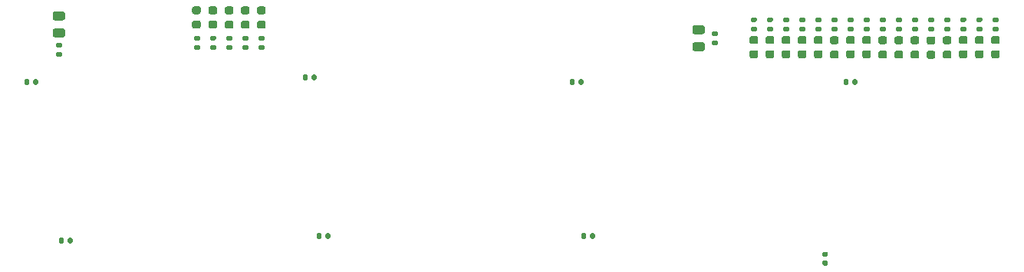
<source format=gbr>
%TF.GenerationSoftware,KiCad,Pcbnew,(5.1.10-1-10_14)*%
%TF.CreationDate,2021-09-30T18:38:52-04:00*%
%TF.ProjectId,address-register,61646472-6573-4732-9d72-656769737465,rev?*%
%TF.SameCoordinates,Original*%
%TF.FileFunction,Paste,Top*%
%TF.FilePolarity,Positive*%
%FSLAX46Y46*%
G04 Gerber Fmt 4.6, Leading zero omitted, Abs format (unit mm)*
G04 Created by KiCad (PCBNEW (5.1.10-1-10_14)) date 2021-09-30 18:38:52*
%MOMM*%
%LPD*%
G01*
G04 APERTURE LIST*
G04 APERTURE END LIST*
%TO.C,R14*%
G36*
G01*
X211259000Y-175274000D02*
X210889000Y-175274000D01*
G75*
G02*
X210754000Y-175139000I0J135000D01*
G01*
X210754000Y-174869000D01*
G75*
G02*
X210889000Y-174734000I135000J0D01*
G01*
X211259000Y-174734000D01*
G75*
G02*
X211394000Y-174869000I0J-135000D01*
G01*
X211394000Y-175139000D01*
G75*
G02*
X211259000Y-175274000I-135000J0D01*
G01*
G37*
G36*
G01*
X211259000Y-176294000D02*
X210889000Y-176294000D01*
G75*
G02*
X210754000Y-176159000I0J135000D01*
G01*
X210754000Y-175889000D01*
G75*
G02*
X210889000Y-175754000I135000J0D01*
G01*
X211259000Y-175754000D01*
G75*
G02*
X211394000Y-175889000I0J-135000D01*
G01*
X211394000Y-176159000D01*
G75*
G02*
X211259000Y-176294000I-135000J0D01*
G01*
G37*
%TD*%
%TO.C,R12*%
G36*
G01*
X160851000Y-176262000D02*
X161221000Y-176262000D01*
G75*
G02*
X161356000Y-176397000I0J-135000D01*
G01*
X161356000Y-176667000D01*
G75*
G02*
X161221000Y-176802000I-135000J0D01*
G01*
X160851000Y-176802000D01*
G75*
G02*
X160716000Y-176667000I0J135000D01*
G01*
X160716000Y-176397000D01*
G75*
G02*
X160851000Y-176262000I135000J0D01*
G01*
G37*
G36*
G01*
X160851000Y-175242000D02*
X161221000Y-175242000D01*
G75*
G02*
X161356000Y-175377000I0J-135000D01*
G01*
X161356000Y-175647000D01*
G75*
G02*
X161221000Y-175782000I-135000J0D01*
G01*
X160851000Y-175782000D01*
G75*
G02*
X160716000Y-175647000I0J135000D01*
G01*
X160716000Y-175377000D01*
G75*
G02*
X160851000Y-175242000I135000J0D01*
G01*
G37*
%TD*%
%TO.C,R10*%
G36*
G01*
X159073000Y-176262000D02*
X159443000Y-176262000D01*
G75*
G02*
X159578000Y-176397000I0J-135000D01*
G01*
X159578000Y-176667000D01*
G75*
G02*
X159443000Y-176802000I-135000J0D01*
G01*
X159073000Y-176802000D01*
G75*
G02*
X158938000Y-176667000I0J135000D01*
G01*
X158938000Y-176397000D01*
G75*
G02*
X159073000Y-176262000I135000J0D01*
G01*
G37*
G36*
G01*
X159073000Y-175242000D02*
X159443000Y-175242000D01*
G75*
G02*
X159578000Y-175377000I0J-135000D01*
G01*
X159578000Y-175647000D01*
G75*
G02*
X159443000Y-175782000I-135000J0D01*
G01*
X159073000Y-175782000D01*
G75*
G02*
X158938000Y-175647000I0J135000D01*
G01*
X158938000Y-175377000D01*
G75*
G02*
X159073000Y-175242000I135000J0D01*
G01*
G37*
%TD*%
%TO.C,R7*%
G36*
G01*
X157295000Y-176262000D02*
X157665000Y-176262000D01*
G75*
G02*
X157800000Y-176397000I0J-135000D01*
G01*
X157800000Y-176667000D01*
G75*
G02*
X157665000Y-176802000I-135000J0D01*
G01*
X157295000Y-176802000D01*
G75*
G02*
X157160000Y-176667000I0J135000D01*
G01*
X157160000Y-176397000D01*
G75*
G02*
X157295000Y-176262000I135000J0D01*
G01*
G37*
G36*
G01*
X157295000Y-175242000D02*
X157665000Y-175242000D01*
G75*
G02*
X157800000Y-175377000I0J-135000D01*
G01*
X157800000Y-175647000D01*
G75*
G02*
X157665000Y-175782000I-135000J0D01*
G01*
X157295000Y-175782000D01*
G75*
G02*
X157160000Y-175647000I0J135000D01*
G01*
X157160000Y-175377000D01*
G75*
G02*
X157295000Y-175242000I135000J0D01*
G01*
G37*
%TD*%
%TO.C,R6*%
G36*
G01*
X138499000Y-177024000D02*
X138869000Y-177024000D01*
G75*
G02*
X139004000Y-177159000I0J-135000D01*
G01*
X139004000Y-177429000D01*
G75*
G02*
X138869000Y-177564000I-135000J0D01*
G01*
X138499000Y-177564000D01*
G75*
G02*
X138364000Y-177429000I0J135000D01*
G01*
X138364000Y-177159000D01*
G75*
G02*
X138499000Y-177024000I135000J0D01*
G01*
G37*
G36*
G01*
X138499000Y-176004000D02*
X138869000Y-176004000D01*
G75*
G02*
X139004000Y-176139000I0J-135000D01*
G01*
X139004000Y-176409000D01*
G75*
G02*
X138869000Y-176544000I-135000J0D01*
G01*
X138499000Y-176544000D01*
G75*
G02*
X138364000Y-176409000I0J135000D01*
G01*
X138364000Y-176139000D01*
G75*
G02*
X138499000Y-176004000I135000J0D01*
G01*
G37*
%TD*%
%TO.C,R4*%
G36*
G01*
X155517000Y-176260000D02*
X155887000Y-176260000D01*
G75*
G02*
X156022000Y-176395000I0J-135000D01*
G01*
X156022000Y-176665000D01*
G75*
G02*
X155887000Y-176800000I-135000J0D01*
G01*
X155517000Y-176800000D01*
G75*
G02*
X155382000Y-176665000I0J135000D01*
G01*
X155382000Y-176395000D01*
G75*
G02*
X155517000Y-176260000I135000J0D01*
G01*
G37*
G36*
G01*
X155517000Y-175240000D02*
X155887000Y-175240000D01*
G75*
G02*
X156022000Y-175375000I0J-135000D01*
G01*
X156022000Y-175645000D01*
G75*
G02*
X155887000Y-175780000I-135000J0D01*
G01*
X155517000Y-175780000D01*
G75*
G02*
X155382000Y-175645000I0J135000D01*
G01*
X155382000Y-175375000D01*
G75*
G02*
X155517000Y-175240000I135000J0D01*
G01*
G37*
%TD*%
%TO.C,R2*%
G36*
G01*
X153739000Y-176262000D02*
X154109000Y-176262000D01*
G75*
G02*
X154244000Y-176397000I0J-135000D01*
G01*
X154244000Y-176667000D01*
G75*
G02*
X154109000Y-176802000I-135000J0D01*
G01*
X153739000Y-176802000D01*
G75*
G02*
X153604000Y-176667000I0J135000D01*
G01*
X153604000Y-176397000D01*
G75*
G02*
X153739000Y-176262000I135000J0D01*
G01*
G37*
G36*
G01*
X153739000Y-175242000D02*
X154109000Y-175242000D01*
G75*
G02*
X154244000Y-175377000I0J-135000D01*
G01*
X154244000Y-175647000D01*
G75*
G02*
X154109000Y-175782000I-135000J0D01*
G01*
X153739000Y-175782000D01*
G75*
G02*
X153604000Y-175647000I0J135000D01*
G01*
X153604000Y-175377000D01*
G75*
G02*
X153739000Y-175242000I135000J0D01*
G01*
G37*
%TD*%
%TO.C,D14*%
G36*
G01*
X209752250Y-175064000D02*
X208839750Y-175064000D01*
G75*
G02*
X208596000Y-174820250I0J243750D01*
G01*
X208596000Y-174332750D01*
G75*
G02*
X208839750Y-174089000I243750J0D01*
G01*
X209752250Y-174089000D01*
G75*
G02*
X209996000Y-174332750I0J-243750D01*
G01*
X209996000Y-174820250D01*
G75*
G02*
X209752250Y-175064000I-243750J0D01*
G01*
G37*
G36*
G01*
X209752250Y-176939000D02*
X208839750Y-176939000D01*
G75*
G02*
X208596000Y-176695250I0J243750D01*
G01*
X208596000Y-176207750D01*
G75*
G02*
X208839750Y-175964000I243750J0D01*
G01*
X209752250Y-175964000D01*
G75*
G02*
X209996000Y-176207750I0J-243750D01*
G01*
X209996000Y-176695250D01*
G75*
G02*
X209752250Y-176939000I-243750J0D01*
G01*
G37*
%TD*%
%TO.C,D12*%
G36*
G01*
X161292250Y-172878000D02*
X160779750Y-172878000D01*
G75*
G02*
X160561000Y-172659250I0J218750D01*
G01*
X160561000Y-172221750D01*
G75*
G02*
X160779750Y-172003000I218750J0D01*
G01*
X161292250Y-172003000D01*
G75*
G02*
X161511000Y-172221750I0J-218750D01*
G01*
X161511000Y-172659250D01*
G75*
G02*
X161292250Y-172878000I-218750J0D01*
G01*
G37*
G36*
G01*
X161292250Y-174453000D02*
X160779750Y-174453000D01*
G75*
G02*
X160561000Y-174234250I0J218750D01*
G01*
X160561000Y-173796750D01*
G75*
G02*
X160779750Y-173578000I218750J0D01*
G01*
X161292250Y-173578000D01*
G75*
G02*
X161511000Y-173796750I0J-218750D01*
G01*
X161511000Y-174234250D01*
G75*
G02*
X161292250Y-174453000I-218750J0D01*
G01*
G37*
%TD*%
%TO.C,D10*%
G36*
G01*
X159514250Y-172878000D02*
X159001750Y-172878000D01*
G75*
G02*
X158783000Y-172659250I0J218750D01*
G01*
X158783000Y-172221750D01*
G75*
G02*
X159001750Y-172003000I218750J0D01*
G01*
X159514250Y-172003000D01*
G75*
G02*
X159733000Y-172221750I0J-218750D01*
G01*
X159733000Y-172659250D01*
G75*
G02*
X159514250Y-172878000I-218750J0D01*
G01*
G37*
G36*
G01*
X159514250Y-174453000D02*
X159001750Y-174453000D01*
G75*
G02*
X158783000Y-174234250I0J218750D01*
G01*
X158783000Y-173796750D01*
G75*
G02*
X159001750Y-173578000I218750J0D01*
G01*
X159514250Y-173578000D01*
G75*
G02*
X159733000Y-173796750I0J-218750D01*
G01*
X159733000Y-174234250D01*
G75*
G02*
X159514250Y-174453000I-218750J0D01*
G01*
G37*
%TD*%
%TO.C,D7*%
G36*
G01*
X157736250Y-172878000D02*
X157223750Y-172878000D01*
G75*
G02*
X157005000Y-172659250I0J218750D01*
G01*
X157005000Y-172221750D01*
G75*
G02*
X157223750Y-172003000I218750J0D01*
G01*
X157736250Y-172003000D01*
G75*
G02*
X157955000Y-172221750I0J-218750D01*
G01*
X157955000Y-172659250D01*
G75*
G02*
X157736250Y-172878000I-218750J0D01*
G01*
G37*
G36*
G01*
X157736250Y-174453000D02*
X157223750Y-174453000D01*
G75*
G02*
X157005000Y-174234250I0J218750D01*
G01*
X157005000Y-173796750D01*
G75*
G02*
X157223750Y-173578000I218750J0D01*
G01*
X157736250Y-173578000D01*
G75*
G02*
X157955000Y-173796750I0J-218750D01*
G01*
X157955000Y-174234250D01*
G75*
G02*
X157736250Y-174453000I-218750J0D01*
G01*
G37*
%TD*%
%TO.C,D6*%
G36*
G01*
X139140250Y-173540000D02*
X138227750Y-173540000D01*
G75*
G02*
X137984000Y-173296250I0J243750D01*
G01*
X137984000Y-172808750D01*
G75*
G02*
X138227750Y-172565000I243750J0D01*
G01*
X139140250Y-172565000D01*
G75*
G02*
X139384000Y-172808750I0J-243750D01*
G01*
X139384000Y-173296250D01*
G75*
G02*
X139140250Y-173540000I-243750J0D01*
G01*
G37*
G36*
G01*
X139140250Y-175415000D02*
X138227750Y-175415000D01*
G75*
G02*
X137984000Y-175171250I0J243750D01*
G01*
X137984000Y-174683750D01*
G75*
G02*
X138227750Y-174440000I243750J0D01*
G01*
X139140250Y-174440000D01*
G75*
G02*
X139384000Y-174683750I0J-243750D01*
G01*
X139384000Y-175171250D01*
G75*
G02*
X139140250Y-175415000I-243750J0D01*
G01*
G37*
%TD*%
%TO.C,D4*%
G36*
G01*
X155932750Y-172878000D02*
X155420250Y-172878000D01*
G75*
G02*
X155201500Y-172659250I0J218750D01*
G01*
X155201500Y-172221750D01*
G75*
G02*
X155420250Y-172003000I218750J0D01*
G01*
X155932750Y-172003000D01*
G75*
G02*
X156151500Y-172221750I0J-218750D01*
G01*
X156151500Y-172659250D01*
G75*
G02*
X155932750Y-172878000I-218750J0D01*
G01*
G37*
G36*
G01*
X155932750Y-174453000D02*
X155420250Y-174453000D01*
G75*
G02*
X155201500Y-174234250I0J218750D01*
G01*
X155201500Y-173796750D01*
G75*
G02*
X155420250Y-173578000I218750J0D01*
G01*
X155932750Y-173578000D01*
G75*
G02*
X156151500Y-173796750I0J-218750D01*
G01*
X156151500Y-174234250D01*
G75*
G02*
X155932750Y-174453000I-218750J0D01*
G01*
G37*
%TD*%
%TO.C,D2*%
G36*
G01*
X154120250Y-172866000D02*
X153607750Y-172866000D01*
G75*
G02*
X153389000Y-172647250I0J218750D01*
G01*
X153389000Y-172209750D01*
G75*
G02*
X153607750Y-171991000I218750J0D01*
G01*
X154120250Y-171991000D01*
G75*
G02*
X154339000Y-172209750I0J-218750D01*
G01*
X154339000Y-172647250D01*
G75*
G02*
X154120250Y-172866000I-218750J0D01*
G01*
G37*
G36*
G01*
X154120250Y-174441000D02*
X153607750Y-174441000D01*
G75*
G02*
X153389000Y-174222250I0J218750D01*
G01*
X153389000Y-173784750D01*
G75*
G02*
X153607750Y-173566000I218750J0D01*
G01*
X154120250Y-173566000D01*
G75*
G02*
X154339000Y-173784750I0J-218750D01*
G01*
X154339000Y-174222250D01*
G75*
G02*
X154120250Y-174441000I-218750J0D01*
G01*
G37*
%TD*%
%TO.C,C9*%
G36*
G01*
X196904000Y-197188000D02*
X196904000Y-197528000D01*
G75*
G02*
X196764000Y-197668000I-140000J0D01*
G01*
X196484000Y-197668000D01*
G75*
G02*
X196344000Y-197528000I0J140000D01*
G01*
X196344000Y-197188000D01*
G75*
G02*
X196484000Y-197048000I140000J0D01*
G01*
X196764000Y-197048000D01*
G75*
G02*
X196904000Y-197188000I0J-140000D01*
G01*
G37*
G36*
G01*
X197864000Y-197188000D02*
X197864000Y-197528000D01*
G75*
G02*
X197724000Y-197668000I-140000J0D01*
G01*
X197444000Y-197668000D01*
G75*
G02*
X197304000Y-197528000I0J140000D01*
G01*
X197304000Y-197188000D01*
G75*
G02*
X197444000Y-197048000I140000J0D01*
G01*
X197724000Y-197048000D01*
G75*
G02*
X197864000Y-197188000I0J-140000D01*
G01*
G37*
%TD*%
%TO.C,C8*%
G36*
G01*
X167694000Y-197188000D02*
X167694000Y-197528000D01*
G75*
G02*
X167554000Y-197668000I-140000J0D01*
G01*
X167274000Y-197668000D01*
G75*
G02*
X167134000Y-197528000I0J140000D01*
G01*
X167134000Y-197188000D01*
G75*
G02*
X167274000Y-197048000I140000J0D01*
G01*
X167554000Y-197048000D01*
G75*
G02*
X167694000Y-197188000I0J-140000D01*
G01*
G37*
G36*
G01*
X168654000Y-197188000D02*
X168654000Y-197528000D01*
G75*
G02*
X168514000Y-197668000I-140000J0D01*
G01*
X168234000Y-197668000D01*
G75*
G02*
X168094000Y-197528000I0J140000D01*
G01*
X168094000Y-197188000D01*
G75*
G02*
X168234000Y-197048000I140000J0D01*
G01*
X168514000Y-197048000D01*
G75*
G02*
X168654000Y-197188000I0J-140000D01*
G01*
G37*
%TD*%
%TO.C,C7*%
G36*
G01*
X195634000Y-180170000D02*
X195634000Y-180510000D01*
G75*
G02*
X195494000Y-180650000I-140000J0D01*
G01*
X195214000Y-180650000D01*
G75*
G02*
X195074000Y-180510000I0J140000D01*
G01*
X195074000Y-180170000D01*
G75*
G02*
X195214000Y-180030000I140000J0D01*
G01*
X195494000Y-180030000D01*
G75*
G02*
X195634000Y-180170000I0J-140000D01*
G01*
G37*
G36*
G01*
X196594000Y-180170000D02*
X196594000Y-180510000D01*
G75*
G02*
X196454000Y-180650000I-140000J0D01*
G01*
X196174000Y-180650000D01*
G75*
G02*
X196034000Y-180510000I0J140000D01*
G01*
X196034000Y-180170000D01*
G75*
G02*
X196174000Y-180030000I140000J0D01*
G01*
X196454000Y-180030000D01*
G75*
G02*
X196594000Y-180170000I0J-140000D01*
G01*
G37*
%TD*%
%TO.C,C6*%
G36*
G01*
X166170000Y-179662000D02*
X166170000Y-180002000D01*
G75*
G02*
X166030000Y-180142000I-140000J0D01*
G01*
X165750000Y-180142000D01*
G75*
G02*
X165610000Y-180002000I0J140000D01*
G01*
X165610000Y-179662000D01*
G75*
G02*
X165750000Y-179522000I140000J0D01*
G01*
X166030000Y-179522000D01*
G75*
G02*
X166170000Y-179662000I0J-140000D01*
G01*
G37*
G36*
G01*
X167130000Y-179662000D02*
X167130000Y-180002000D01*
G75*
G02*
X166990000Y-180142000I-140000J0D01*
G01*
X166710000Y-180142000D01*
G75*
G02*
X166570000Y-180002000I0J140000D01*
G01*
X166570000Y-179662000D01*
G75*
G02*
X166710000Y-179522000I140000J0D01*
G01*
X166990000Y-179522000D01*
G75*
G02*
X167130000Y-179662000I0J-140000D01*
G01*
G37*
%TD*%
%TO.C,C5*%
G36*
G01*
X139646000Y-198036000D02*
X139646000Y-197696000D01*
G75*
G02*
X139786000Y-197556000I140000J0D01*
G01*
X140066000Y-197556000D01*
G75*
G02*
X140206000Y-197696000I0J-140000D01*
G01*
X140206000Y-198036000D01*
G75*
G02*
X140066000Y-198176000I-140000J0D01*
G01*
X139786000Y-198176000D01*
G75*
G02*
X139646000Y-198036000I0J140000D01*
G01*
G37*
G36*
G01*
X138686000Y-198036000D02*
X138686000Y-197696000D01*
G75*
G02*
X138826000Y-197556000I140000J0D01*
G01*
X139106000Y-197556000D01*
G75*
G02*
X139246000Y-197696000I0J-140000D01*
G01*
X139246000Y-198036000D01*
G75*
G02*
X139106000Y-198176000I-140000J0D01*
G01*
X138826000Y-198176000D01*
G75*
G02*
X138686000Y-198036000I0J140000D01*
G01*
G37*
%TD*%
%TO.C,C4*%
G36*
G01*
X135436000Y-180170000D02*
X135436000Y-180510000D01*
G75*
G02*
X135296000Y-180650000I-140000J0D01*
G01*
X135016000Y-180650000D01*
G75*
G02*
X134876000Y-180510000I0J140000D01*
G01*
X134876000Y-180170000D01*
G75*
G02*
X135016000Y-180030000I140000J0D01*
G01*
X135296000Y-180030000D01*
G75*
G02*
X135436000Y-180170000I0J-140000D01*
G01*
G37*
G36*
G01*
X136396000Y-180170000D02*
X136396000Y-180510000D01*
G75*
G02*
X136256000Y-180650000I-140000J0D01*
G01*
X135976000Y-180650000D01*
G75*
G02*
X135836000Y-180510000I0J140000D01*
G01*
X135836000Y-180170000D01*
G75*
G02*
X135976000Y-180030000I140000J0D01*
G01*
X136256000Y-180030000D01*
G75*
G02*
X136396000Y-180170000I0J-140000D01*
G01*
G37*
%TD*%
%TO.C,C3*%
G36*
G01*
X223096000Y-200070000D02*
X223436000Y-200070000D01*
G75*
G02*
X223576000Y-200210000I0J-140000D01*
G01*
X223576000Y-200490000D01*
G75*
G02*
X223436000Y-200630000I-140000J0D01*
G01*
X223096000Y-200630000D01*
G75*
G02*
X222956000Y-200490000I0J140000D01*
G01*
X222956000Y-200210000D01*
G75*
G02*
X223096000Y-200070000I140000J0D01*
G01*
G37*
G36*
G01*
X223096000Y-199110000D02*
X223436000Y-199110000D01*
G75*
G02*
X223576000Y-199250000I0J-140000D01*
G01*
X223576000Y-199530000D01*
G75*
G02*
X223436000Y-199670000I-140000J0D01*
G01*
X223096000Y-199670000D01*
G75*
G02*
X222956000Y-199530000I0J140000D01*
G01*
X222956000Y-199250000D01*
G75*
G02*
X223096000Y-199110000I140000J0D01*
G01*
G37*
%TD*%
%TO.C,C2*%
G36*
G01*
X225860000Y-180170000D02*
X225860000Y-180510000D01*
G75*
G02*
X225720000Y-180650000I-140000J0D01*
G01*
X225440000Y-180650000D01*
G75*
G02*
X225300000Y-180510000I0J140000D01*
G01*
X225300000Y-180170000D01*
G75*
G02*
X225440000Y-180030000I140000J0D01*
G01*
X225720000Y-180030000D01*
G75*
G02*
X225860000Y-180170000I0J-140000D01*
G01*
G37*
G36*
G01*
X226820000Y-180170000D02*
X226820000Y-180510000D01*
G75*
G02*
X226680000Y-180650000I-140000J0D01*
G01*
X226400000Y-180650000D01*
G75*
G02*
X226260000Y-180510000I0J140000D01*
G01*
X226260000Y-180170000D01*
G75*
G02*
X226400000Y-180030000I140000J0D01*
G01*
X226680000Y-180030000D01*
G75*
G02*
X226820000Y-180170000I0J-140000D01*
G01*
G37*
%TD*%
%TO.C,R5*%
G36*
G01*
X238691000Y-173748000D02*
X238321000Y-173748000D01*
G75*
G02*
X238186000Y-173613000I0J135000D01*
G01*
X238186000Y-173343000D01*
G75*
G02*
X238321000Y-173208000I135000J0D01*
G01*
X238691000Y-173208000D01*
G75*
G02*
X238826000Y-173343000I0J-135000D01*
G01*
X238826000Y-173613000D01*
G75*
G02*
X238691000Y-173748000I-135000J0D01*
G01*
G37*
G36*
G01*
X238691000Y-174768000D02*
X238321000Y-174768000D01*
G75*
G02*
X238186000Y-174633000I0J135000D01*
G01*
X238186000Y-174363000D01*
G75*
G02*
X238321000Y-174228000I135000J0D01*
G01*
X238691000Y-174228000D01*
G75*
G02*
X238826000Y-174363000I0J-135000D01*
G01*
X238826000Y-174633000D01*
G75*
G02*
X238691000Y-174768000I-135000J0D01*
G01*
G37*
%TD*%
%TO.C,D1*%
G36*
G01*
X241805750Y-176854500D02*
X242318250Y-176854500D01*
G75*
G02*
X242537000Y-177073250I0J-218750D01*
G01*
X242537000Y-177510750D01*
G75*
G02*
X242318250Y-177729500I-218750J0D01*
G01*
X241805750Y-177729500D01*
G75*
G02*
X241587000Y-177510750I0J218750D01*
G01*
X241587000Y-177073250D01*
G75*
G02*
X241805750Y-176854500I218750J0D01*
G01*
G37*
G36*
G01*
X241805750Y-175279500D02*
X242318250Y-175279500D01*
G75*
G02*
X242537000Y-175498250I0J-218750D01*
G01*
X242537000Y-175935750D01*
G75*
G02*
X242318250Y-176154500I-218750J0D01*
G01*
X241805750Y-176154500D01*
G75*
G02*
X241587000Y-175935750I0J218750D01*
G01*
X241587000Y-175498250D01*
G75*
G02*
X241805750Y-175279500I218750J0D01*
G01*
G37*
%TD*%
%TO.C,D3*%
G36*
G01*
X240027750Y-176854500D02*
X240540250Y-176854500D01*
G75*
G02*
X240759000Y-177073250I0J-218750D01*
G01*
X240759000Y-177510750D01*
G75*
G02*
X240540250Y-177729500I-218750J0D01*
G01*
X240027750Y-177729500D01*
G75*
G02*
X239809000Y-177510750I0J218750D01*
G01*
X239809000Y-177073250D01*
G75*
G02*
X240027750Y-176854500I218750J0D01*
G01*
G37*
G36*
G01*
X240027750Y-175279500D02*
X240540250Y-175279500D01*
G75*
G02*
X240759000Y-175498250I0J-218750D01*
G01*
X240759000Y-175935750D01*
G75*
G02*
X240540250Y-176154500I-218750J0D01*
G01*
X240027750Y-176154500D01*
G75*
G02*
X239809000Y-175935750I0J218750D01*
G01*
X239809000Y-175498250D01*
G75*
G02*
X240027750Y-175279500I218750J0D01*
G01*
G37*
%TD*%
%TO.C,D5*%
G36*
G01*
X238249750Y-176854500D02*
X238762250Y-176854500D01*
G75*
G02*
X238981000Y-177073250I0J-218750D01*
G01*
X238981000Y-177510750D01*
G75*
G02*
X238762250Y-177729500I-218750J0D01*
G01*
X238249750Y-177729500D01*
G75*
G02*
X238031000Y-177510750I0J218750D01*
G01*
X238031000Y-177073250D01*
G75*
G02*
X238249750Y-176854500I218750J0D01*
G01*
G37*
G36*
G01*
X238249750Y-175279500D02*
X238762250Y-175279500D01*
G75*
G02*
X238981000Y-175498250I0J-218750D01*
G01*
X238981000Y-175935750D01*
G75*
G02*
X238762250Y-176154500I-218750J0D01*
G01*
X238249750Y-176154500D01*
G75*
G02*
X238031000Y-175935750I0J218750D01*
G01*
X238031000Y-175498250D01*
G75*
G02*
X238249750Y-175279500I218750J0D01*
G01*
G37*
%TD*%
%TO.C,D8*%
G36*
G01*
X236471750Y-176880000D02*
X236984250Y-176880000D01*
G75*
G02*
X237203000Y-177098750I0J-218750D01*
G01*
X237203000Y-177536250D01*
G75*
G02*
X236984250Y-177755000I-218750J0D01*
G01*
X236471750Y-177755000D01*
G75*
G02*
X236253000Y-177536250I0J218750D01*
G01*
X236253000Y-177098750D01*
G75*
G02*
X236471750Y-176880000I218750J0D01*
G01*
G37*
G36*
G01*
X236471750Y-175305000D02*
X236984250Y-175305000D01*
G75*
G02*
X237203000Y-175523750I0J-218750D01*
G01*
X237203000Y-175961250D01*
G75*
G02*
X236984250Y-176180000I-218750J0D01*
G01*
X236471750Y-176180000D01*
G75*
G02*
X236253000Y-175961250I0J218750D01*
G01*
X236253000Y-175523750D01*
G75*
G02*
X236471750Y-175305000I218750J0D01*
G01*
G37*
%TD*%
%TO.C,D9*%
G36*
G01*
X234693750Y-176905500D02*
X235206250Y-176905500D01*
G75*
G02*
X235425000Y-177124250I0J-218750D01*
G01*
X235425000Y-177561750D01*
G75*
G02*
X235206250Y-177780500I-218750J0D01*
G01*
X234693750Y-177780500D01*
G75*
G02*
X234475000Y-177561750I0J218750D01*
G01*
X234475000Y-177124250D01*
G75*
G02*
X234693750Y-176905500I218750J0D01*
G01*
G37*
G36*
G01*
X234693750Y-175330500D02*
X235206250Y-175330500D01*
G75*
G02*
X235425000Y-175549250I0J-218750D01*
G01*
X235425000Y-175986750D01*
G75*
G02*
X235206250Y-176205500I-218750J0D01*
G01*
X234693750Y-176205500D01*
G75*
G02*
X234475000Y-175986750I0J218750D01*
G01*
X234475000Y-175549250D01*
G75*
G02*
X234693750Y-175330500I218750J0D01*
G01*
G37*
%TD*%
%TO.C,R8*%
G36*
G01*
X236913000Y-173750000D02*
X236543000Y-173750000D01*
G75*
G02*
X236408000Y-173615000I0J135000D01*
G01*
X236408000Y-173345000D01*
G75*
G02*
X236543000Y-173210000I135000J0D01*
G01*
X236913000Y-173210000D01*
G75*
G02*
X237048000Y-173345000I0J-135000D01*
G01*
X237048000Y-173615000D01*
G75*
G02*
X236913000Y-173750000I-135000J0D01*
G01*
G37*
G36*
G01*
X236913000Y-174770000D02*
X236543000Y-174770000D01*
G75*
G02*
X236408000Y-174635000I0J135000D01*
G01*
X236408000Y-174365000D01*
G75*
G02*
X236543000Y-174230000I135000J0D01*
G01*
X236913000Y-174230000D01*
G75*
G02*
X237048000Y-174365000I0J-135000D01*
G01*
X237048000Y-174635000D01*
G75*
G02*
X236913000Y-174770000I-135000J0D01*
G01*
G37*
%TD*%
%TO.C,D11*%
G36*
G01*
X232915750Y-176880000D02*
X233428250Y-176880000D01*
G75*
G02*
X233647000Y-177098750I0J-218750D01*
G01*
X233647000Y-177536250D01*
G75*
G02*
X233428250Y-177755000I-218750J0D01*
G01*
X232915750Y-177755000D01*
G75*
G02*
X232697000Y-177536250I0J218750D01*
G01*
X232697000Y-177098750D01*
G75*
G02*
X232915750Y-176880000I218750J0D01*
G01*
G37*
G36*
G01*
X232915750Y-175305000D02*
X233428250Y-175305000D01*
G75*
G02*
X233647000Y-175523750I0J-218750D01*
G01*
X233647000Y-175961250D01*
G75*
G02*
X233428250Y-176180000I-218750J0D01*
G01*
X232915750Y-176180000D01*
G75*
G02*
X232697000Y-175961250I0J218750D01*
G01*
X232697000Y-175523750D01*
G75*
G02*
X232915750Y-175305000I218750J0D01*
G01*
G37*
%TD*%
%TO.C,D13*%
G36*
G01*
X231137750Y-176880000D02*
X231650250Y-176880000D01*
G75*
G02*
X231869000Y-177098750I0J-218750D01*
G01*
X231869000Y-177536250D01*
G75*
G02*
X231650250Y-177755000I-218750J0D01*
G01*
X231137750Y-177755000D01*
G75*
G02*
X230919000Y-177536250I0J218750D01*
G01*
X230919000Y-177098750D01*
G75*
G02*
X231137750Y-176880000I218750J0D01*
G01*
G37*
G36*
G01*
X231137750Y-175305000D02*
X231650250Y-175305000D01*
G75*
G02*
X231869000Y-175523750I0J-218750D01*
G01*
X231869000Y-175961250D01*
G75*
G02*
X231650250Y-176180000I-218750J0D01*
G01*
X231137750Y-176180000D01*
G75*
G02*
X230919000Y-175961250I0J218750D01*
G01*
X230919000Y-175523750D01*
G75*
G02*
X231137750Y-175305000I218750J0D01*
G01*
G37*
%TD*%
%TO.C,D15*%
G36*
G01*
X229359750Y-176880000D02*
X229872250Y-176880000D01*
G75*
G02*
X230091000Y-177098750I0J-218750D01*
G01*
X230091000Y-177536250D01*
G75*
G02*
X229872250Y-177755000I-218750J0D01*
G01*
X229359750Y-177755000D01*
G75*
G02*
X229141000Y-177536250I0J218750D01*
G01*
X229141000Y-177098750D01*
G75*
G02*
X229359750Y-176880000I218750J0D01*
G01*
G37*
G36*
G01*
X229359750Y-175305000D02*
X229872250Y-175305000D01*
G75*
G02*
X230091000Y-175523750I0J-218750D01*
G01*
X230091000Y-175961250D01*
G75*
G02*
X229872250Y-176180000I-218750J0D01*
G01*
X229359750Y-176180000D01*
G75*
G02*
X229141000Y-175961250I0J218750D01*
G01*
X229141000Y-175523750D01*
G75*
G02*
X229359750Y-175305000I218750J0D01*
G01*
G37*
%TD*%
%TO.C,D16*%
G36*
G01*
X227581750Y-176854500D02*
X228094250Y-176854500D01*
G75*
G02*
X228313000Y-177073250I0J-218750D01*
G01*
X228313000Y-177510750D01*
G75*
G02*
X228094250Y-177729500I-218750J0D01*
G01*
X227581750Y-177729500D01*
G75*
G02*
X227363000Y-177510750I0J218750D01*
G01*
X227363000Y-177073250D01*
G75*
G02*
X227581750Y-176854500I218750J0D01*
G01*
G37*
G36*
G01*
X227581750Y-175279500D02*
X228094250Y-175279500D01*
G75*
G02*
X228313000Y-175498250I0J-218750D01*
G01*
X228313000Y-175935750D01*
G75*
G02*
X228094250Y-176154500I-218750J0D01*
G01*
X227581750Y-176154500D01*
G75*
G02*
X227363000Y-175935750I0J218750D01*
G01*
X227363000Y-175498250D01*
G75*
G02*
X227581750Y-175279500I218750J0D01*
G01*
G37*
%TD*%
%TO.C,D17*%
G36*
G01*
X225803750Y-176854500D02*
X226316250Y-176854500D01*
G75*
G02*
X226535000Y-177073250I0J-218750D01*
G01*
X226535000Y-177510750D01*
G75*
G02*
X226316250Y-177729500I-218750J0D01*
G01*
X225803750Y-177729500D01*
G75*
G02*
X225585000Y-177510750I0J218750D01*
G01*
X225585000Y-177073250D01*
G75*
G02*
X225803750Y-176854500I218750J0D01*
G01*
G37*
G36*
G01*
X225803750Y-175279500D02*
X226316250Y-175279500D01*
G75*
G02*
X226535000Y-175498250I0J-218750D01*
G01*
X226535000Y-175935750D01*
G75*
G02*
X226316250Y-176154500I-218750J0D01*
G01*
X225803750Y-176154500D01*
G75*
G02*
X225585000Y-175935750I0J218750D01*
G01*
X225585000Y-175498250D01*
G75*
G02*
X225803750Y-175279500I218750J0D01*
G01*
G37*
%TD*%
%TO.C,D18*%
G36*
G01*
X224025750Y-176880000D02*
X224538250Y-176880000D01*
G75*
G02*
X224757000Y-177098750I0J-218750D01*
G01*
X224757000Y-177536250D01*
G75*
G02*
X224538250Y-177755000I-218750J0D01*
G01*
X224025750Y-177755000D01*
G75*
G02*
X223807000Y-177536250I0J218750D01*
G01*
X223807000Y-177098750D01*
G75*
G02*
X224025750Y-176880000I218750J0D01*
G01*
G37*
G36*
G01*
X224025750Y-175305000D02*
X224538250Y-175305000D01*
G75*
G02*
X224757000Y-175523750I0J-218750D01*
G01*
X224757000Y-175961250D01*
G75*
G02*
X224538250Y-176180000I-218750J0D01*
G01*
X224025750Y-176180000D01*
G75*
G02*
X223807000Y-175961250I0J218750D01*
G01*
X223807000Y-175523750D01*
G75*
G02*
X224025750Y-175305000I218750J0D01*
G01*
G37*
%TD*%
%TO.C,D19*%
G36*
G01*
X222247750Y-176854500D02*
X222760250Y-176854500D01*
G75*
G02*
X222979000Y-177073250I0J-218750D01*
G01*
X222979000Y-177510750D01*
G75*
G02*
X222760250Y-177729500I-218750J0D01*
G01*
X222247750Y-177729500D01*
G75*
G02*
X222029000Y-177510750I0J218750D01*
G01*
X222029000Y-177073250D01*
G75*
G02*
X222247750Y-176854500I218750J0D01*
G01*
G37*
G36*
G01*
X222247750Y-175279500D02*
X222760250Y-175279500D01*
G75*
G02*
X222979000Y-175498250I0J-218750D01*
G01*
X222979000Y-175935750D01*
G75*
G02*
X222760250Y-176154500I-218750J0D01*
G01*
X222247750Y-176154500D01*
G75*
G02*
X222029000Y-175935750I0J218750D01*
G01*
X222029000Y-175498250D01*
G75*
G02*
X222247750Y-175279500I218750J0D01*
G01*
G37*
%TD*%
%TO.C,D20*%
G36*
G01*
X220469750Y-176854500D02*
X220982250Y-176854500D01*
G75*
G02*
X221201000Y-177073250I0J-218750D01*
G01*
X221201000Y-177510750D01*
G75*
G02*
X220982250Y-177729500I-218750J0D01*
G01*
X220469750Y-177729500D01*
G75*
G02*
X220251000Y-177510750I0J218750D01*
G01*
X220251000Y-177073250D01*
G75*
G02*
X220469750Y-176854500I218750J0D01*
G01*
G37*
G36*
G01*
X220469750Y-175279500D02*
X220982250Y-175279500D01*
G75*
G02*
X221201000Y-175498250I0J-218750D01*
G01*
X221201000Y-175935750D01*
G75*
G02*
X220982250Y-176154500I-218750J0D01*
G01*
X220469750Y-176154500D01*
G75*
G02*
X220251000Y-175935750I0J218750D01*
G01*
X220251000Y-175498250D01*
G75*
G02*
X220469750Y-175279500I218750J0D01*
G01*
G37*
%TD*%
%TO.C,D21*%
G36*
G01*
X218691750Y-176854500D02*
X219204250Y-176854500D01*
G75*
G02*
X219423000Y-177073250I0J-218750D01*
G01*
X219423000Y-177510750D01*
G75*
G02*
X219204250Y-177729500I-218750J0D01*
G01*
X218691750Y-177729500D01*
G75*
G02*
X218473000Y-177510750I0J218750D01*
G01*
X218473000Y-177073250D01*
G75*
G02*
X218691750Y-176854500I218750J0D01*
G01*
G37*
G36*
G01*
X218691750Y-175279500D02*
X219204250Y-175279500D01*
G75*
G02*
X219423000Y-175498250I0J-218750D01*
G01*
X219423000Y-175935750D01*
G75*
G02*
X219204250Y-176154500I-218750J0D01*
G01*
X218691750Y-176154500D01*
G75*
G02*
X218473000Y-175935750I0J218750D01*
G01*
X218473000Y-175498250D01*
G75*
G02*
X218691750Y-175279500I218750J0D01*
G01*
G37*
%TD*%
%TO.C,D22*%
G36*
G01*
X216913750Y-176854500D02*
X217426250Y-176854500D01*
G75*
G02*
X217645000Y-177073250I0J-218750D01*
G01*
X217645000Y-177510750D01*
G75*
G02*
X217426250Y-177729500I-218750J0D01*
G01*
X216913750Y-177729500D01*
G75*
G02*
X216695000Y-177510750I0J218750D01*
G01*
X216695000Y-177073250D01*
G75*
G02*
X216913750Y-176854500I218750J0D01*
G01*
G37*
G36*
G01*
X216913750Y-175279500D02*
X217426250Y-175279500D01*
G75*
G02*
X217645000Y-175498250I0J-218750D01*
G01*
X217645000Y-175935750D01*
G75*
G02*
X217426250Y-176154500I-218750J0D01*
G01*
X216913750Y-176154500D01*
G75*
G02*
X216695000Y-175935750I0J218750D01*
G01*
X216695000Y-175498250D01*
G75*
G02*
X216913750Y-175279500I218750J0D01*
G01*
G37*
%TD*%
%TO.C,D23*%
G36*
G01*
X215135750Y-176854500D02*
X215648250Y-176854500D01*
G75*
G02*
X215867000Y-177073250I0J-218750D01*
G01*
X215867000Y-177510750D01*
G75*
G02*
X215648250Y-177729500I-218750J0D01*
G01*
X215135750Y-177729500D01*
G75*
G02*
X214917000Y-177510750I0J218750D01*
G01*
X214917000Y-177073250D01*
G75*
G02*
X215135750Y-176854500I218750J0D01*
G01*
G37*
G36*
G01*
X215135750Y-175279500D02*
X215648250Y-175279500D01*
G75*
G02*
X215867000Y-175498250I0J-218750D01*
G01*
X215867000Y-175935750D01*
G75*
G02*
X215648250Y-176154500I-218750J0D01*
G01*
X215135750Y-176154500D01*
G75*
G02*
X214917000Y-175935750I0J218750D01*
G01*
X214917000Y-175498250D01*
G75*
G02*
X215135750Y-175279500I218750J0D01*
G01*
G37*
%TD*%
%TO.C,R1*%
G36*
G01*
X242247000Y-173752000D02*
X241877000Y-173752000D01*
G75*
G02*
X241742000Y-173617000I0J135000D01*
G01*
X241742000Y-173347000D01*
G75*
G02*
X241877000Y-173212000I135000J0D01*
G01*
X242247000Y-173212000D01*
G75*
G02*
X242382000Y-173347000I0J-135000D01*
G01*
X242382000Y-173617000D01*
G75*
G02*
X242247000Y-173752000I-135000J0D01*
G01*
G37*
G36*
G01*
X242247000Y-174772000D02*
X241877000Y-174772000D01*
G75*
G02*
X241742000Y-174637000I0J135000D01*
G01*
X241742000Y-174367000D01*
G75*
G02*
X241877000Y-174232000I135000J0D01*
G01*
X242247000Y-174232000D01*
G75*
G02*
X242382000Y-174367000I0J-135000D01*
G01*
X242382000Y-174637000D01*
G75*
G02*
X242247000Y-174772000I-135000J0D01*
G01*
G37*
%TD*%
%TO.C,R3*%
G36*
G01*
X240469000Y-173748000D02*
X240099000Y-173748000D01*
G75*
G02*
X239964000Y-173613000I0J135000D01*
G01*
X239964000Y-173343000D01*
G75*
G02*
X240099000Y-173208000I135000J0D01*
G01*
X240469000Y-173208000D01*
G75*
G02*
X240604000Y-173343000I0J-135000D01*
G01*
X240604000Y-173613000D01*
G75*
G02*
X240469000Y-173748000I-135000J0D01*
G01*
G37*
G36*
G01*
X240469000Y-174768000D02*
X240099000Y-174768000D01*
G75*
G02*
X239964000Y-174633000I0J135000D01*
G01*
X239964000Y-174363000D01*
G75*
G02*
X240099000Y-174228000I135000J0D01*
G01*
X240469000Y-174228000D01*
G75*
G02*
X240604000Y-174363000I0J-135000D01*
G01*
X240604000Y-174633000D01*
G75*
G02*
X240469000Y-174768000I-135000J0D01*
G01*
G37*
%TD*%
%TO.C,R9*%
G36*
G01*
X235135000Y-173752000D02*
X234765000Y-173752000D01*
G75*
G02*
X234630000Y-173617000I0J135000D01*
G01*
X234630000Y-173347000D01*
G75*
G02*
X234765000Y-173212000I135000J0D01*
G01*
X235135000Y-173212000D01*
G75*
G02*
X235270000Y-173347000I0J-135000D01*
G01*
X235270000Y-173617000D01*
G75*
G02*
X235135000Y-173752000I-135000J0D01*
G01*
G37*
G36*
G01*
X235135000Y-174772000D02*
X234765000Y-174772000D01*
G75*
G02*
X234630000Y-174637000I0J135000D01*
G01*
X234630000Y-174367000D01*
G75*
G02*
X234765000Y-174232000I135000J0D01*
G01*
X235135000Y-174232000D01*
G75*
G02*
X235270000Y-174367000I0J-135000D01*
G01*
X235270000Y-174637000D01*
G75*
G02*
X235135000Y-174772000I-135000J0D01*
G01*
G37*
%TD*%
%TO.C,R11*%
G36*
G01*
X233357000Y-173752000D02*
X232987000Y-173752000D01*
G75*
G02*
X232852000Y-173617000I0J135000D01*
G01*
X232852000Y-173347000D01*
G75*
G02*
X232987000Y-173212000I135000J0D01*
G01*
X233357000Y-173212000D01*
G75*
G02*
X233492000Y-173347000I0J-135000D01*
G01*
X233492000Y-173617000D01*
G75*
G02*
X233357000Y-173752000I-135000J0D01*
G01*
G37*
G36*
G01*
X233357000Y-174772000D02*
X232987000Y-174772000D01*
G75*
G02*
X232852000Y-174637000I0J135000D01*
G01*
X232852000Y-174367000D01*
G75*
G02*
X232987000Y-174232000I135000J0D01*
G01*
X233357000Y-174232000D01*
G75*
G02*
X233492000Y-174367000I0J-135000D01*
G01*
X233492000Y-174637000D01*
G75*
G02*
X233357000Y-174772000I-135000J0D01*
G01*
G37*
%TD*%
%TO.C,R13*%
G36*
G01*
X231579000Y-173750000D02*
X231209000Y-173750000D01*
G75*
G02*
X231074000Y-173615000I0J135000D01*
G01*
X231074000Y-173345000D01*
G75*
G02*
X231209000Y-173210000I135000J0D01*
G01*
X231579000Y-173210000D01*
G75*
G02*
X231714000Y-173345000I0J-135000D01*
G01*
X231714000Y-173615000D01*
G75*
G02*
X231579000Y-173750000I-135000J0D01*
G01*
G37*
G36*
G01*
X231579000Y-174770000D02*
X231209000Y-174770000D01*
G75*
G02*
X231074000Y-174635000I0J135000D01*
G01*
X231074000Y-174365000D01*
G75*
G02*
X231209000Y-174230000I135000J0D01*
G01*
X231579000Y-174230000D01*
G75*
G02*
X231714000Y-174365000I0J-135000D01*
G01*
X231714000Y-174635000D01*
G75*
G02*
X231579000Y-174770000I-135000J0D01*
G01*
G37*
%TD*%
%TO.C,R15*%
G36*
G01*
X229801000Y-173750000D02*
X229431000Y-173750000D01*
G75*
G02*
X229296000Y-173615000I0J135000D01*
G01*
X229296000Y-173345000D01*
G75*
G02*
X229431000Y-173210000I135000J0D01*
G01*
X229801000Y-173210000D01*
G75*
G02*
X229936000Y-173345000I0J-135000D01*
G01*
X229936000Y-173615000D01*
G75*
G02*
X229801000Y-173750000I-135000J0D01*
G01*
G37*
G36*
G01*
X229801000Y-174770000D02*
X229431000Y-174770000D01*
G75*
G02*
X229296000Y-174635000I0J135000D01*
G01*
X229296000Y-174365000D01*
G75*
G02*
X229431000Y-174230000I135000J0D01*
G01*
X229801000Y-174230000D01*
G75*
G02*
X229936000Y-174365000I0J-135000D01*
G01*
X229936000Y-174635000D01*
G75*
G02*
X229801000Y-174770000I-135000J0D01*
G01*
G37*
%TD*%
%TO.C,R16*%
G36*
G01*
X228023000Y-173750000D02*
X227653000Y-173750000D01*
G75*
G02*
X227518000Y-173615000I0J135000D01*
G01*
X227518000Y-173345000D01*
G75*
G02*
X227653000Y-173210000I135000J0D01*
G01*
X228023000Y-173210000D01*
G75*
G02*
X228158000Y-173345000I0J-135000D01*
G01*
X228158000Y-173615000D01*
G75*
G02*
X228023000Y-173750000I-135000J0D01*
G01*
G37*
G36*
G01*
X228023000Y-174770000D02*
X227653000Y-174770000D01*
G75*
G02*
X227518000Y-174635000I0J135000D01*
G01*
X227518000Y-174365000D01*
G75*
G02*
X227653000Y-174230000I135000J0D01*
G01*
X228023000Y-174230000D01*
G75*
G02*
X228158000Y-174365000I0J-135000D01*
G01*
X228158000Y-174635000D01*
G75*
G02*
X228023000Y-174770000I-135000J0D01*
G01*
G37*
%TD*%
%TO.C,R17*%
G36*
G01*
X226245000Y-173750000D02*
X225875000Y-173750000D01*
G75*
G02*
X225740000Y-173615000I0J135000D01*
G01*
X225740000Y-173345000D01*
G75*
G02*
X225875000Y-173210000I135000J0D01*
G01*
X226245000Y-173210000D01*
G75*
G02*
X226380000Y-173345000I0J-135000D01*
G01*
X226380000Y-173615000D01*
G75*
G02*
X226245000Y-173750000I-135000J0D01*
G01*
G37*
G36*
G01*
X226245000Y-174770000D02*
X225875000Y-174770000D01*
G75*
G02*
X225740000Y-174635000I0J135000D01*
G01*
X225740000Y-174365000D01*
G75*
G02*
X225875000Y-174230000I135000J0D01*
G01*
X226245000Y-174230000D01*
G75*
G02*
X226380000Y-174365000I0J-135000D01*
G01*
X226380000Y-174635000D01*
G75*
G02*
X226245000Y-174770000I-135000J0D01*
G01*
G37*
%TD*%
%TO.C,R18*%
G36*
G01*
X224467000Y-173750000D02*
X224097000Y-173750000D01*
G75*
G02*
X223962000Y-173615000I0J135000D01*
G01*
X223962000Y-173345000D01*
G75*
G02*
X224097000Y-173210000I135000J0D01*
G01*
X224467000Y-173210000D01*
G75*
G02*
X224602000Y-173345000I0J-135000D01*
G01*
X224602000Y-173615000D01*
G75*
G02*
X224467000Y-173750000I-135000J0D01*
G01*
G37*
G36*
G01*
X224467000Y-174770000D02*
X224097000Y-174770000D01*
G75*
G02*
X223962000Y-174635000I0J135000D01*
G01*
X223962000Y-174365000D01*
G75*
G02*
X224097000Y-174230000I135000J0D01*
G01*
X224467000Y-174230000D01*
G75*
G02*
X224602000Y-174365000I0J-135000D01*
G01*
X224602000Y-174635000D01*
G75*
G02*
X224467000Y-174770000I-135000J0D01*
G01*
G37*
%TD*%
%TO.C,R19*%
G36*
G01*
X222689000Y-173752000D02*
X222319000Y-173752000D01*
G75*
G02*
X222184000Y-173617000I0J135000D01*
G01*
X222184000Y-173347000D01*
G75*
G02*
X222319000Y-173212000I135000J0D01*
G01*
X222689000Y-173212000D01*
G75*
G02*
X222824000Y-173347000I0J-135000D01*
G01*
X222824000Y-173617000D01*
G75*
G02*
X222689000Y-173752000I-135000J0D01*
G01*
G37*
G36*
G01*
X222689000Y-174772000D02*
X222319000Y-174772000D01*
G75*
G02*
X222184000Y-174637000I0J135000D01*
G01*
X222184000Y-174367000D01*
G75*
G02*
X222319000Y-174232000I135000J0D01*
G01*
X222689000Y-174232000D01*
G75*
G02*
X222824000Y-174367000I0J-135000D01*
G01*
X222824000Y-174637000D01*
G75*
G02*
X222689000Y-174772000I-135000J0D01*
G01*
G37*
%TD*%
%TO.C,R20*%
G36*
G01*
X220911000Y-173750000D02*
X220541000Y-173750000D01*
G75*
G02*
X220406000Y-173615000I0J135000D01*
G01*
X220406000Y-173345000D01*
G75*
G02*
X220541000Y-173210000I135000J0D01*
G01*
X220911000Y-173210000D01*
G75*
G02*
X221046000Y-173345000I0J-135000D01*
G01*
X221046000Y-173615000D01*
G75*
G02*
X220911000Y-173750000I-135000J0D01*
G01*
G37*
G36*
G01*
X220911000Y-174770000D02*
X220541000Y-174770000D01*
G75*
G02*
X220406000Y-174635000I0J135000D01*
G01*
X220406000Y-174365000D01*
G75*
G02*
X220541000Y-174230000I135000J0D01*
G01*
X220911000Y-174230000D01*
G75*
G02*
X221046000Y-174365000I0J-135000D01*
G01*
X221046000Y-174635000D01*
G75*
G02*
X220911000Y-174770000I-135000J0D01*
G01*
G37*
%TD*%
%TO.C,R21*%
G36*
G01*
X219133000Y-173752000D02*
X218763000Y-173752000D01*
G75*
G02*
X218628000Y-173617000I0J135000D01*
G01*
X218628000Y-173347000D01*
G75*
G02*
X218763000Y-173212000I135000J0D01*
G01*
X219133000Y-173212000D01*
G75*
G02*
X219268000Y-173347000I0J-135000D01*
G01*
X219268000Y-173617000D01*
G75*
G02*
X219133000Y-173752000I-135000J0D01*
G01*
G37*
G36*
G01*
X219133000Y-174772000D02*
X218763000Y-174772000D01*
G75*
G02*
X218628000Y-174637000I0J135000D01*
G01*
X218628000Y-174367000D01*
G75*
G02*
X218763000Y-174232000I135000J0D01*
G01*
X219133000Y-174232000D01*
G75*
G02*
X219268000Y-174367000I0J-135000D01*
G01*
X219268000Y-174637000D01*
G75*
G02*
X219133000Y-174772000I-135000J0D01*
G01*
G37*
%TD*%
%TO.C,R22*%
G36*
G01*
X217355000Y-173748000D02*
X216985000Y-173748000D01*
G75*
G02*
X216850000Y-173613000I0J135000D01*
G01*
X216850000Y-173343000D01*
G75*
G02*
X216985000Y-173208000I135000J0D01*
G01*
X217355000Y-173208000D01*
G75*
G02*
X217490000Y-173343000I0J-135000D01*
G01*
X217490000Y-173613000D01*
G75*
G02*
X217355000Y-173748000I-135000J0D01*
G01*
G37*
G36*
G01*
X217355000Y-174768000D02*
X216985000Y-174768000D01*
G75*
G02*
X216850000Y-174633000I0J135000D01*
G01*
X216850000Y-174363000D01*
G75*
G02*
X216985000Y-174228000I135000J0D01*
G01*
X217355000Y-174228000D01*
G75*
G02*
X217490000Y-174363000I0J-135000D01*
G01*
X217490000Y-174633000D01*
G75*
G02*
X217355000Y-174768000I-135000J0D01*
G01*
G37*
%TD*%
%TO.C,R23*%
G36*
G01*
X215577000Y-173748000D02*
X215207000Y-173748000D01*
G75*
G02*
X215072000Y-173613000I0J135000D01*
G01*
X215072000Y-173343000D01*
G75*
G02*
X215207000Y-173208000I135000J0D01*
G01*
X215577000Y-173208000D01*
G75*
G02*
X215712000Y-173343000I0J-135000D01*
G01*
X215712000Y-173613000D01*
G75*
G02*
X215577000Y-173748000I-135000J0D01*
G01*
G37*
G36*
G01*
X215577000Y-174768000D02*
X215207000Y-174768000D01*
G75*
G02*
X215072000Y-174633000I0J135000D01*
G01*
X215072000Y-174363000D01*
G75*
G02*
X215207000Y-174228000I135000J0D01*
G01*
X215577000Y-174228000D01*
G75*
G02*
X215712000Y-174363000I0J-135000D01*
G01*
X215712000Y-174633000D01*
G75*
G02*
X215577000Y-174768000I-135000J0D01*
G01*
G37*
%TD*%
M02*

</source>
